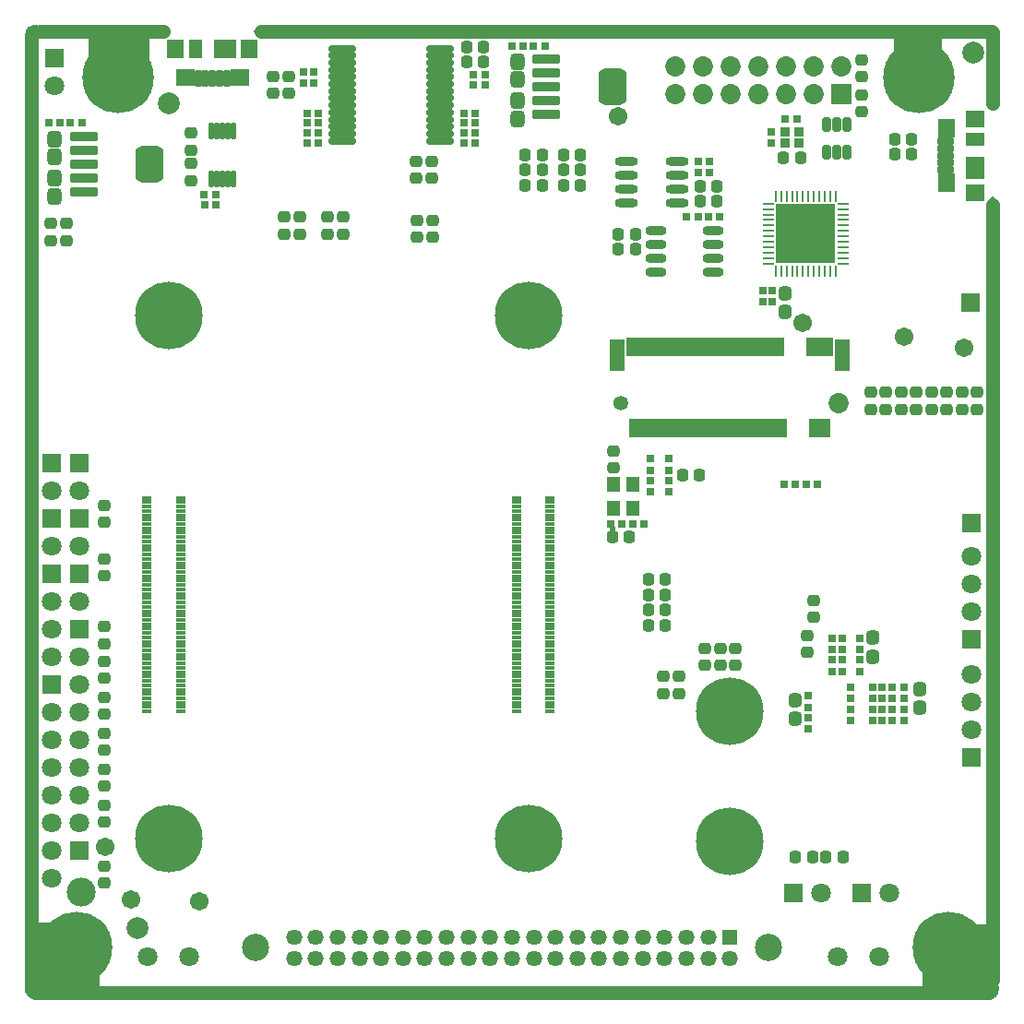
<source format=gbr>
G04*
G04 #@! TF.GenerationSoftware,Altium Limited,Altium Designer,24.9.1 (31)*
G04*
G04 Layer_Color=8388736*
%FSLAX44Y44*%
%MOMM*%
G71*
G04*
G04 #@! TF.SameCoordinates,53B56B76-3513-4A50-83E2-B057AF0B12CA*
G04*
G04*
G04 #@! TF.FilePolarity,Negative*
G04*
G01*
G75*
%ADD54C,1.3000*%
%ADD55R,5.5478X2.9001*%
%ADD56R,4.5138X2.6001*%
%ADD57R,6.8000X6.4000*%
%ADD58R,6.5000X6.7000*%
G04:AMPARAMS|DCode=59|XSize=1.1532mm|YSize=1.0532mm|CornerRadius=0.3141mm|HoleSize=0mm|Usage=FLASHONLY|Rotation=90.000|XOffset=0mm|YOffset=0mm|HoleType=Round|Shape=RoundedRectangle|*
%AMROUNDEDRECTD59*
21,1,1.1532,0.4250,0,0,90.0*
21,1,0.5250,1.0532,0,0,90.0*
1,1,0.6282,0.2125,0.2625*
1,1,0.6282,0.2125,-0.2625*
1,1,0.6282,-0.2125,-0.2625*
1,1,0.6282,-0.2125,0.2625*
%
%ADD59ROUNDEDRECTD59*%
G04:AMPARAMS|DCode=60|XSize=1.3032mm|YSize=1.2032mm|CornerRadius=0.3516mm|HoleSize=0mm|Usage=FLASHONLY|Rotation=270.000|XOffset=0mm|YOffset=0mm|HoleType=Round|Shape=RoundedRectangle|*
%AMROUNDEDRECTD60*
21,1,1.3032,0.5000,0,0,270.0*
21,1,0.6000,1.2032,0,0,270.0*
1,1,0.7032,-0.2500,-0.3000*
1,1,0.7032,-0.2500,0.3000*
1,1,0.7032,0.2500,0.3000*
1,1,0.7032,0.2500,-0.3000*
%
%ADD60ROUNDEDRECTD60*%
G04:AMPARAMS|DCode=61|XSize=0.75mm|YSize=0.7mm|CornerRadius=0.2mm|HoleSize=0mm|Usage=FLASHONLY|Rotation=180.000|XOffset=0mm|YOffset=0mm|HoleType=Round|Shape=RoundedRectangle|*
%AMROUNDEDRECTD61*
21,1,0.7500,0.3000,0,0,180.0*
21,1,0.3500,0.7000,0,0,180.0*
1,1,0.4000,-0.1750,0.1500*
1,1,0.4000,0.1750,0.1500*
1,1,0.4000,0.1750,-0.1500*
1,1,0.4000,-0.1750,-0.1500*
%
%ADD61ROUNDEDRECTD61*%
G04:AMPARAMS|DCode=62|XSize=0.75mm|YSize=0.7mm|CornerRadius=0.2mm|HoleSize=0mm|Usage=FLASHONLY|Rotation=270.000|XOffset=0mm|YOffset=0mm|HoleType=Round|Shape=RoundedRectangle|*
%AMROUNDEDRECTD62*
21,1,0.7500,0.3000,0,0,270.0*
21,1,0.3500,0.7000,0,0,270.0*
1,1,0.4000,-0.1500,-0.1750*
1,1,0.4000,-0.1500,0.1750*
1,1,0.4000,0.1500,0.1750*
1,1,0.4000,0.1500,-0.1750*
%
%ADD62ROUNDEDRECTD62*%
%ADD63R,1.1532X1.4032*%
G04:AMPARAMS|DCode=64|XSize=1.8432mm|YSize=0.7932mm|CornerRadius=0.2491mm|HoleSize=0mm|Usage=FLASHONLY|Rotation=0.000|XOffset=0mm|YOffset=0mm|HoleType=Round|Shape=RoundedRectangle|*
%AMROUNDEDRECTD64*
21,1,1.8432,0.2950,0,0,0.0*
21,1,1.3450,0.7932,0,0,0.0*
1,1,0.4982,0.6725,-0.1475*
1,1,0.4982,-0.6725,-0.1475*
1,1,0.4982,-0.6725,0.1475*
1,1,0.4982,0.6725,0.1475*
%
%ADD64ROUNDEDRECTD64*%
%ADD65C,1.7032*%
G04:AMPARAMS|DCode=66|XSize=0.9032mm|YSize=2.6032mm|CornerRadius=0.2766mm|HoleSize=0mm|Usage=FLASHONLY|Rotation=90.000|XOffset=0mm|YOffset=0mm|HoleType=Round|Shape=RoundedRectangle|*
%AMROUNDEDRECTD66*
21,1,0.9032,2.0500,0,0,90.0*
21,1,0.3500,2.6032,0,0,90.0*
1,1,0.5532,1.0250,0.1750*
1,1,0.5532,1.0250,-0.1750*
1,1,0.5532,-1.0250,-0.1750*
1,1,0.5532,-1.0250,0.1750*
%
%ADD66ROUNDEDRECTD66*%
G04:AMPARAMS|DCode=67|XSize=3.4032mm|YSize=2.6032mm|CornerRadius=0.7016mm|HoleSize=0mm|Usage=FLASHONLY|Rotation=90.000|XOffset=0mm|YOffset=0mm|HoleType=Round|Shape=RoundedRectangle|*
%AMROUNDEDRECTD67*
21,1,3.4032,1.2000,0,0,90.0*
21,1,2.0000,2.6032,0,0,90.0*
1,1,1.4032,0.6000,1.0000*
1,1,1.4032,0.6000,-1.0000*
1,1,1.4032,-0.6000,-1.0000*
1,1,1.4032,-0.6000,1.0000*
%
%ADD67ROUNDEDRECTD67*%
%ADD68R,5.4200X5.4200*%
%ADD69O,0.2393X1.0571*%
%ADD70O,1.0571X0.2393*%
G04:AMPARAMS|DCode=71|XSize=2.5228mm|YSize=0.6627mm|CornerRadius=0.2207mm|HoleSize=0mm|Usage=FLASHONLY|Rotation=180.000|XOffset=0mm|YOffset=0mm|HoleType=Round|Shape=RoundedRectangle|*
%AMROUNDEDRECTD71*
21,1,2.5228,0.2214,0,0,180.0*
21,1,2.0814,0.6627,0,0,180.0*
1,1,0.4414,-1.0407,0.1107*
1,1,0.4414,1.0407,0.1107*
1,1,0.4414,1.0407,-0.1107*
1,1,0.4414,-1.0407,-0.1107*
%
%ADD71ROUNDEDRECTD71*%
G04:AMPARAMS|DCode=72|XSize=1.6032mm|YSize=0.5032mm|CornerRadius=0.1766mm|HoleSize=0mm|Usage=FLASHONLY|Rotation=90.000|XOffset=0mm|YOffset=0mm|HoleType=Round|Shape=RoundedRectangle|*
%AMROUNDEDRECTD72*
21,1,1.6032,0.1500,0,0,90.0*
21,1,1.2500,0.5032,0,0,90.0*
1,1,0.3532,0.0750,0.6250*
1,1,0.3532,0.0750,-0.6250*
1,1,0.3532,-0.0750,-0.6250*
1,1,0.3532,-0.0750,0.6250*
%
%ADD72ROUNDEDRECTD72*%
%ADD73R,0.9500X0.8500*%
%ADD74O,2.1032X0.8032*%
G04:AMPARAMS|DCode=75|XSize=1.1532mm|YSize=1.0532mm|CornerRadius=0.3141mm|HoleSize=0mm|Usage=FLASHONLY|Rotation=180.000|XOffset=0mm|YOffset=0mm|HoleType=Round|Shape=RoundedRectangle|*
%AMROUNDEDRECTD75*
21,1,1.1532,0.4250,0,0,180.0*
21,1,0.5250,1.0532,0,0,180.0*
1,1,0.6282,-0.2625,0.2125*
1,1,0.6282,0.2625,0.2125*
1,1,0.6282,0.2625,-0.2125*
1,1,0.6282,-0.2625,-0.2125*
%
%ADD75ROUNDEDRECTD75*%
%ADD76R,0.9032X0.4032*%
G04:AMPARAMS|DCode=77|XSize=1.4132mm|YSize=0.7932mm|CornerRadius=0.1754mm|HoleSize=0mm|Usage=FLASHONLY|Rotation=270.000|XOffset=0mm|YOffset=0mm|HoleType=Round|Shape=RoundedRectangle|*
%AMROUNDEDRECTD77*
21,1,1.4132,0.4425,0,0,270.0*
21,1,1.0625,0.7932,0,0,270.0*
1,1,0.3507,-0.2213,-0.5313*
1,1,0.3507,-0.2213,0.5313*
1,1,0.3507,0.2213,0.5313*
1,1,0.3507,0.2213,-0.5313*
%
%ADD77ROUNDEDRECTD77*%
%ADD78R,0.5040X1.7540*%
%ADD79R,1.4040X2.9540*%
G04:AMPARAMS|DCode=80|XSize=0.6604mm|YSize=1.5748mm|CornerRadius=0.2159mm|HoleSize=0mm|Usage=FLASHONLY|Rotation=90.000|XOffset=0mm|YOffset=0mm|HoleType=Round|Shape=RoundedRectangle|*
%AMROUNDEDRECTD80*
21,1,0.6604,1.1430,0,0,90.0*
21,1,0.2286,1.5748,0,0,90.0*
1,1,0.4318,0.5715,0.1143*
1,1,0.4318,0.5715,-0.1143*
1,1,0.4318,-0.5715,-0.1143*
1,1,0.4318,-0.5715,0.1143*
%
%ADD80ROUNDEDRECTD80*%
%ADD81R,1.8032X1.5032*%
%ADD82R,1.6256X1.7526*%
%ADD83R,1.8032X2.0032*%
%ADD84R,1.8032X1.2032*%
%ADD85R,1.2032X1.8032*%
%ADD86R,2.0032X1.8032*%
%ADD87R,1.5032X1.8032*%
%ADD88R,1.7526X1.6256*%
G04:AMPARAMS|DCode=89|XSize=0.6604mm|YSize=1.5748mm|CornerRadius=0.2159mm|HoleSize=0mm|Usage=FLASHONLY|Rotation=180.000|XOffset=0mm|YOffset=0mm|HoleType=Round|Shape=RoundedRectangle|*
%AMROUNDEDRECTD89*
21,1,0.6604,1.1430,0,0,180.0*
21,1,0.2286,1.5748,0,0,180.0*
1,1,0.4318,-0.1143,0.5715*
1,1,0.4318,0.1143,0.5715*
1,1,0.4318,0.1143,-0.5715*
1,1,0.4318,-0.1143,-0.5715*
%
%ADD89ROUNDEDRECTD89*%
G04:AMPARAMS|DCode=90|XSize=1.3032mm|YSize=1.5032mm|CornerRadius=0.3516mm|HoleSize=0mm|Usage=FLASHONLY|Rotation=180.000|XOffset=0mm|YOffset=0mm|HoleType=Round|Shape=RoundedRectangle|*
%AMROUNDEDRECTD90*
21,1,1.3032,0.8000,0,0,180.0*
21,1,0.6000,1.5032,0,0,180.0*
1,1,0.7032,-0.3000,0.4000*
1,1,0.7032,0.3000,0.4000*
1,1,0.7032,0.3000,-0.4000*
1,1,0.7032,-0.3000,-0.4000*
%
%ADD90ROUNDEDRECTD90*%
%ADD91C,2.0000*%
%ADD92C,1.8034*%
%ADD93C,1.8032*%
%ADD94R,1.8032X1.8032*%
%ADD95C,2.6532*%
%ADD96R,1.8032X1.8032*%
%ADD97C,2.5032*%
%ADD98R,1.4612X1.4612*%
%ADD99C,1.4612*%
%ADD100C,1.3532*%
%ADD101C,1.8532*%
%ADD102C,6.2000*%
%ADD103C,6.2032*%
%ADD104R,1.8532X1.8532*%
%ADD105C,1.5240*%
%ADD106C,6.5532*%
%ADD107C,0.5000*%
%ADD108C,0.6032*%
D54*
X888000Y9000D02*
G03*
X891000Y12000I0J3000D01*
G01*
X12000Y891000D02*
G03*
X9000Y888000I0J-3000D01*
G01*
Y12000D02*
G03*
X12000Y9000I3000J0D01*
G01*
X891000Y888000D02*
G03*
X888000Y891000I-3000J0D01*
G01*
X891000Y890000D02*
X891001D01*
X889996Y891004D02*
X891000Y890000D01*
X891001Y824923D02*
Y890000D01*
X220000Y891004D02*
X889996D01*
X17442Y891001D02*
X130000D01*
X891001Y732000D02*
X891001Y20464D01*
X12000Y9000D02*
X888000D01*
X9000Y12000D02*
Y888000D01*
D55*
X89261Y876500D02*
D03*
D56*
X822431Y878000D02*
D03*
D57*
X860700Y39000D02*
D03*
D58*
X39500Y40500D02*
D03*
D59*
X462250Y778000D02*
D03*
X477750D02*
D03*
X462250Y764000D02*
D03*
X477750D02*
D03*
X513000Y778000D02*
D03*
X497500D02*
D03*
X513000Y764000D02*
D03*
X497500D02*
D03*
X462250Y750000D02*
D03*
X477750D02*
D03*
X497500D02*
D03*
X513000D02*
D03*
X575250Y360000D02*
D03*
X590750D02*
D03*
X575250Y346000D02*
D03*
X590750D02*
D03*
X606250Y484000D02*
D03*
X621750D02*
D03*
X710250Y133000D02*
D03*
X725750D02*
D03*
X575250Y388000D02*
D03*
X590750D02*
D03*
X638260Y749000D02*
D03*
X622760D02*
D03*
X638260Y735000D02*
D03*
X622760D02*
D03*
X547740Y705000D02*
D03*
X563240D02*
D03*
X547740Y691000D02*
D03*
X563240D02*
D03*
X816750Y778250D02*
D03*
X801250D02*
D03*
X408250Y863000D02*
D03*
X423750D02*
D03*
X753750Y133000D02*
D03*
X738250D02*
D03*
X801250Y792000D02*
D03*
X816750D02*
D03*
X408250Y877000D02*
D03*
X423750D02*
D03*
X699250Y775000D02*
D03*
X714750D02*
D03*
X557750Y427000D02*
D03*
X542250D02*
D03*
X575250Y374000D02*
D03*
X590750D02*
D03*
D60*
X701000Y633500D02*
D03*
Y650500D02*
D03*
X824000Y270500D02*
D03*
Y287500D02*
D03*
X781000Y334500D02*
D03*
Y317500D02*
D03*
X709796Y260500D02*
D03*
Y277500D02*
D03*
D61*
X640760Y721000D02*
D03*
X630260D02*
D03*
X610260D02*
D03*
X620760D02*
D03*
X620750Y772000D02*
D03*
X631250D02*
D03*
X620750Y762000D02*
D03*
X631250D02*
D03*
X710250Y475000D02*
D03*
X699750D02*
D03*
X719750D02*
D03*
X730250D02*
D03*
X178250Y732000D02*
D03*
X167750D02*
D03*
X178000Y741000D02*
D03*
X167500D02*
D03*
X425250Y851000D02*
D03*
X414750D02*
D03*
X272250Y816000D02*
D03*
X261750D02*
D03*
X414750Y842000D02*
D03*
X425250D02*
D03*
X261750Y807000D02*
D03*
X272250D02*
D03*
X261750Y798000D02*
D03*
X272250D02*
D03*
X405750Y798000D02*
D03*
X416250D02*
D03*
X416250Y816000D02*
D03*
X405750D02*
D03*
X272250Y789000D02*
D03*
X261750D02*
D03*
X416250Y789000D02*
D03*
X405750D02*
D03*
Y807000D02*
D03*
X416250D02*
D03*
X560750Y439000D02*
D03*
X571250D02*
D03*
X551000D02*
D03*
X540500D02*
D03*
X711250Y811000D02*
D03*
X700750D02*
D03*
X55250Y807000D02*
D03*
X44750D02*
D03*
X24750D02*
D03*
X35250D02*
D03*
X480250Y878000D02*
D03*
X469750D02*
D03*
X449750Y878000D02*
D03*
X460250D02*
D03*
D62*
X594000Y479000D02*
D03*
Y468500D02*
D03*
X577000D02*
D03*
Y479000D02*
D03*
X594000Y488500D02*
D03*
Y499000D02*
D03*
X577000D02*
D03*
Y488500D02*
D03*
X259000Y854250D02*
D03*
Y843750D02*
D03*
X268000D02*
D03*
Y854250D02*
D03*
X688000Y799250D02*
D03*
Y788750D02*
D03*
X680000Y642750D02*
D03*
Y653250D02*
D03*
X689000Y642750D02*
D03*
Y653250D02*
D03*
X809796Y258750D02*
D03*
Y269250D02*
D03*
X789796Y269250D02*
D03*
Y258750D02*
D03*
X780796D02*
D03*
Y269250D02*
D03*
X760796D02*
D03*
Y258750D02*
D03*
X768796Y303750D02*
D03*
Y314250D02*
D03*
X743796D02*
D03*
Y303750D02*
D03*
X752796D02*
D03*
Y314250D02*
D03*
X798796Y269250D02*
D03*
Y258750D02*
D03*
X809796Y278750D02*
D03*
Y289250D02*
D03*
X789796Y289250D02*
D03*
Y278750D02*
D03*
X780796D02*
D03*
Y289250D02*
D03*
X760796D02*
D03*
Y278750D02*
D03*
X768796Y323750D02*
D03*
Y334250D02*
D03*
X743796D02*
D03*
Y323750D02*
D03*
X752796D02*
D03*
Y334250D02*
D03*
X798796Y289250D02*
D03*
Y278750D02*
D03*
X721796Y250750D02*
D03*
Y261250D02*
D03*
Y281250D02*
D03*
Y270750D02*
D03*
D63*
X560750Y453000D02*
D03*
Y475000D02*
D03*
X543250D02*
D03*
Y453000D02*
D03*
D64*
X582160Y708050D02*
D03*
Y695350D02*
D03*
Y682650D02*
D03*
Y669950D02*
D03*
X634860D02*
D03*
Y682650D02*
D03*
Y695350D02*
D03*
Y708050D02*
D03*
D65*
X547000Y813000D02*
D03*
X163000Y93000D02*
D03*
X77000Y143000D02*
D03*
X100000Y94000D02*
D03*
X717000Y624000D02*
D03*
X865000Y601000D02*
D03*
X810000Y611000D02*
D03*
D66*
X481726Y865400D02*
D03*
Y852700D02*
D03*
Y840000D02*
D03*
Y827300D02*
D03*
Y814600D02*
D03*
X56750Y794400D02*
D03*
Y781700D02*
D03*
Y769000D02*
D03*
Y756300D02*
D03*
Y743600D02*
D03*
D67*
X542226Y840000D02*
D03*
X117250Y769000D02*
D03*
D68*
X719500Y705495D02*
D03*
D69*
X747000Y740000D02*
D03*
X742000D02*
D03*
X737000D02*
D03*
X732000D02*
D03*
X747000Y670989D02*
D03*
X742000D02*
D03*
X737000D02*
D03*
X732000D02*
D03*
X727000Y740000D02*
D03*
X722000D02*
D03*
X717000D02*
D03*
X712000D02*
D03*
X707000D02*
D03*
X702000D02*
D03*
X697000D02*
D03*
X692000D02*
D03*
X727000Y670989D02*
D03*
X722000D02*
D03*
X717000D02*
D03*
X712000D02*
D03*
X707000D02*
D03*
X692000D02*
D03*
X697000D02*
D03*
X702000D02*
D03*
D70*
X754006Y732995D02*
D03*
Y727995D02*
D03*
Y722995D02*
D03*
Y717995D02*
D03*
Y712995D02*
D03*
Y707995D02*
D03*
Y702995D02*
D03*
Y697995D02*
D03*
Y692995D02*
D03*
Y687995D02*
D03*
Y682995D02*
D03*
Y677995D02*
D03*
X684995Y732995D02*
D03*
Y727995D02*
D03*
Y722995D02*
D03*
Y717995D02*
D03*
Y712995D02*
D03*
Y707995D02*
D03*
Y702995D02*
D03*
Y697995D02*
D03*
Y692995D02*
D03*
Y687995D02*
D03*
Y682995D02*
D03*
Y677995D02*
D03*
D71*
X293845Y790750D02*
D03*
Y797250D02*
D03*
Y803750D02*
D03*
Y810250D02*
D03*
Y816750D02*
D03*
Y823250D02*
D03*
Y829750D02*
D03*
Y836250D02*
D03*
Y842750D02*
D03*
Y849250D02*
D03*
Y855750D02*
D03*
Y862250D02*
D03*
Y868750D02*
D03*
Y875250D02*
D03*
X384155D02*
D03*
Y868750D02*
D03*
Y862250D02*
D03*
Y855750D02*
D03*
Y849250D02*
D03*
Y842750D02*
D03*
Y836250D02*
D03*
Y829750D02*
D03*
Y823250D02*
D03*
Y816750D02*
D03*
Y810250D02*
D03*
Y803750D02*
D03*
Y797250D02*
D03*
Y790750D02*
D03*
D72*
X174000Y799784D02*
D03*
X179000D02*
D03*
X184000D02*
D03*
X189000D02*
D03*
X194000D02*
D03*
Y755784D02*
D03*
X189000D02*
D03*
X184000D02*
D03*
X179000D02*
D03*
X174000D02*
D03*
D73*
X713750Y788750D02*
D03*
X700250D02*
D03*
Y799250D02*
D03*
X713750D02*
D03*
D74*
X554784Y771400D02*
D03*
Y758700D02*
D03*
Y746000D02*
D03*
Y733300D02*
D03*
X601784Y771400D02*
D03*
Y758700D02*
D03*
Y746000D02*
D03*
Y733300D02*
D03*
D75*
X76000Y406750D02*
D03*
Y391250D02*
D03*
Y440500D02*
D03*
Y456000D02*
D03*
X727000Y353250D02*
D03*
Y368750D02*
D03*
X863000Y559750D02*
D03*
Y544250D02*
D03*
X835000Y559750D02*
D03*
Y544250D02*
D03*
X807000Y559750D02*
D03*
Y544250D02*
D03*
X27000Y714750D02*
D03*
Y699250D02*
D03*
X76000Y109250D02*
D03*
Y124750D02*
D03*
X76000Y165250D02*
D03*
Y180750D02*
D03*
Y198250D02*
D03*
Y213750D02*
D03*
Y297250D02*
D03*
Y312750D02*
D03*
Y329250D02*
D03*
Y344750D02*
D03*
X877000Y559750D02*
D03*
Y544250D02*
D03*
X849000Y559750D02*
D03*
Y544250D02*
D03*
X821000Y559750D02*
D03*
Y544250D02*
D03*
X76000Y231250D02*
D03*
Y246750D02*
D03*
X76000Y264250D02*
D03*
Y279750D02*
D03*
X41000Y714750D02*
D03*
Y699250D02*
D03*
X793000Y544250D02*
D03*
Y559750D02*
D03*
X245000Y849750D02*
D03*
Y834250D02*
D03*
X721000Y321250D02*
D03*
Y336750D02*
D03*
X771000Y817250D02*
D03*
Y832750D02*
D03*
Y849250D02*
D03*
Y864750D02*
D03*
X779000Y559750D02*
D03*
Y544250D02*
D03*
X543000Y490250D02*
D03*
Y505750D02*
D03*
X231000Y834250D02*
D03*
Y849750D02*
D03*
X155000Y782250D02*
D03*
Y797750D02*
D03*
Y754250D02*
D03*
Y769750D02*
D03*
X281000Y720750D02*
D03*
Y705250D02*
D03*
X377000Y717750D02*
D03*
Y702250D02*
D03*
X295000Y720750D02*
D03*
Y705250D02*
D03*
X363000Y717750D02*
D03*
Y702250D02*
D03*
X376000Y771750D02*
D03*
Y756250D02*
D03*
X362000Y771750D02*
D03*
Y756250D02*
D03*
X255000Y720750D02*
D03*
Y705250D02*
D03*
X241000Y720750D02*
D03*
Y705250D02*
D03*
X655000Y309250D02*
D03*
Y324750D02*
D03*
X589000Y283500D02*
D03*
Y299000D02*
D03*
X603000Y283500D02*
D03*
Y299000D02*
D03*
X627000Y309250D02*
D03*
Y324750D02*
D03*
X641000Y309250D02*
D03*
Y324750D02*
D03*
D76*
X485000Y267000D02*
D03*
X454200D02*
D03*
X485000Y271000D02*
D03*
X454200D02*
D03*
X485000Y275000D02*
D03*
X454200D02*
D03*
X485000Y279000D02*
D03*
X454200D02*
D03*
X485000Y283000D02*
D03*
X454200D02*
D03*
X485000Y287000D02*
D03*
X454200D02*
D03*
X485000Y291000D02*
D03*
X454200D02*
D03*
X485000Y295000D02*
D03*
X454200D02*
D03*
X485000Y299000D02*
D03*
X454200D02*
D03*
X485000Y303000D02*
D03*
X454200D02*
D03*
X485000Y307000D02*
D03*
X454200D02*
D03*
X485000Y311000D02*
D03*
X454200D02*
D03*
X485000Y315000D02*
D03*
X454200D02*
D03*
X485000Y319000D02*
D03*
X454200D02*
D03*
X485000Y323000D02*
D03*
X454200D02*
D03*
X485000Y327000D02*
D03*
X454200D02*
D03*
X485000Y331000D02*
D03*
X454200D02*
D03*
X485000Y335000D02*
D03*
X454200D02*
D03*
X485000Y339000D02*
D03*
X454200D02*
D03*
X485000Y343000D02*
D03*
X454200D02*
D03*
X485000Y347000D02*
D03*
X454200D02*
D03*
X485000Y351000D02*
D03*
X454200D02*
D03*
X485000Y355000D02*
D03*
X454200D02*
D03*
X485000Y359000D02*
D03*
X454200D02*
D03*
X485000Y363000D02*
D03*
X454200D02*
D03*
X485000Y367000D02*
D03*
X454200D02*
D03*
X485000Y371000D02*
D03*
X454200D02*
D03*
X485000Y375000D02*
D03*
X454200D02*
D03*
X485000Y379000D02*
D03*
X454200D02*
D03*
X485000Y383000D02*
D03*
X454200D02*
D03*
X485000Y387000D02*
D03*
X454200D02*
D03*
X485000Y391000D02*
D03*
X454200D02*
D03*
X485000Y395000D02*
D03*
X454200D02*
D03*
X485000Y399000D02*
D03*
X454200D02*
D03*
X485000Y403000D02*
D03*
X454200D02*
D03*
X485000Y407000D02*
D03*
X454200D02*
D03*
X485000Y411000D02*
D03*
X454200D02*
D03*
X485000Y415000D02*
D03*
X454200D02*
D03*
X485000Y419000D02*
D03*
X454200D02*
D03*
X485000Y423000D02*
D03*
X454200D02*
D03*
X485000Y427000D02*
D03*
X454200D02*
D03*
X485000Y431000D02*
D03*
X454200D02*
D03*
X485000Y435000D02*
D03*
X454200D02*
D03*
X485000Y439000D02*
D03*
X454200D02*
D03*
X485000Y443000D02*
D03*
X454200D02*
D03*
X485000Y447000D02*
D03*
X454200D02*
D03*
X485000Y451000D02*
D03*
X454200D02*
D03*
X485000Y455000D02*
D03*
X454200D02*
D03*
X485000Y459000D02*
D03*
X454200D02*
D03*
X485000Y463000D02*
D03*
X454200D02*
D03*
X145800Y267000D02*
D03*
X115000D02*
D03*
X145800Y271000D02*
D03*
X115000D02*
D03*
X145800Y275000D02*
D03*
X115000D02*
D03*
X145800Y279000D02*
D03*
X115000D02*
D03*
X145800Y283000D02*
D03*
X115000D02*
D03*
X145800Y287000D02*
D03*
X115000D02*
D03*
X145800Y291000D02*
D03*
X115000D02*
D03*
X145800Y295000D02*
D03*
X115000D02*
D03*
X145800Y299000D02*
D03*
X115000D02*
D03*
X145800Y303000D02*
D03*
X115000D02*
D03*
X145800Y307000D02*
D03*
X115000D02*
D03*
X145800Y311000D02*
D03*
X115000D02*
D03*
X145800Y315000D02*
D03*
X115000D02*
D03*
X145800Y319000D02*
D03*
X115000D02*
D03*
X145800Y323000D02*
D03*
X115000D02*
D03*
X145800Y327000D02*
D03*
X115000D02*
D03*
X145800Y331000D02*
D03*
X115000D02*
D03*
X145800Y335000D02*
D03*
X115000D02*
D03*
X145800Y339000D02*
D03*
X115000D02*
D03*
X145800Y343000D02*
D03*
X115000D02*
D03*
X145800Y347000D02*
D03*
X115000D02*
D03*
X145800Y351000D02*
D03*
X115000D02*
D03*
X145800Y355000D02*
D03*
X115000D02*
D03*
X145800Y359000D02*
D03*
X115000D02*
D03*
X145800Y363000D02*
D03*
X115000D02*
D03*
X145800Y367000D02*
D03*
X115000D02*
D03*
X145800Y371000D02*
D03*
X115000D02*
D03*
X145800Y375000D02*
D03*
X115000D02*
D03*
X145800Y379000D02*
D03*
X115000D02*
D03*
X145800Y383000D02*
D03*
X115000D02*
D03*
X145800Y387000D02*
D03*
X115000D02*
D03*
X145800Y391000D02*
D03*
X115000D02*
D03*
X145800Y395000D02*
D03*
X115000D02*
D03*
X145800Y399000D02*
D03*
X115000D02*
D03*
X145800Y403000D02*
D03*
X115000D02*
D03*
X145800Y407000D02*
D03*
X115000D02*
D03*
X145800Y411000D02*
D03*
X115000D02*
D03*
X145800Y415000D02*
D03*
X115000D02*
D03*
X145800Y419000D02*
D03*
X115000D02*
D03*
X145800Y423000D02*
D03*
X115000D02*
D03*
X145800Y427000D02*
D03*
X115000D02*
D03*
X145800Y431000D02*
D03*
X115000D02*
D03*
X145800Y435000D02*
D03*
X115000D02*
D03*
X145800Y439000D02*
D03*
X115000D02*
D03*
X145800Y443000D02*
D03*
X115000D02*
D03*
X145800Y447000D02*
D03*
X115000D02*
D03*
X145800Y451000D02*
D03*
X115000D02*
D03*
X145800Y455000D02*
D03*
X115000D02*
D03*
X145800Y459000D02*
D03*
X115000D02*
D03*
X145800Y463000D02*
D03*
X115000D02*
D03*
D77*
X757500Y805550D02*
D03*
X748000D02*
D03*
X738500D02*
D03*
Y780450D02*
D03*
X748000D02*
D03*
X757500D02*
D03*
D78*
X557500Y601750D02*
D03*
X562500D02*
D03*
X567500D02*
D03*
X572500D02*
D03*
X577500D02*
D03*
X582500D02*
D03*
X587500D02*
D03*
X592500D02*
D03*
X597500D02*
D03*
X602500D02*
D03*
X607500D02*
D03*
X612500D02*
D03*
X617500D02*
D03*
X622500D02*
D03*
X627500D02*
D03*
X632500D02*
D03*
X637500D02*
D03*
X642500D02*
D03*
X647500D02*
D03*
X652500D02*
D03*
X657500D02*
D03*
X662500D02*
D03*
X667500D02*
D03*
X672500D02*
D03*
X677500D02*
D03*
X682500D02*
D03*
X687500D02*
D03*
X692500D02*
D03*
X697500D02*
D03*
X722500D02*
D03*
X727500D02*
D03*
X732500D02*
D03*
X737500D02*
D03*
X742500D02*
D03*
X560000Y527250D02*
D03*
X565000D02*
D03*
X570000D02*
D03*
X575000D02*
D03*
X580000D02*
D03*
X585000D02*
D03*
X590000D02*
D03*
X595000D02*
D03*
X600000D02*
D03*
X605000D02*
D03*
X610000D02*
D03*
X615000D02*
D03*
X620000D02*
D03*
X625000D02*
D03*
X630000D02*
D03*
X635000D02*
D03*
X640000D02*
D03*
X645000D02*
D03*
X650000D02*
D03*
X655000D02*
D03*
X660000D02*
D03*
X665000D02*
D03*
X670000D02*
D03*
X675000D02*
D03*
X680000D02*
D03*
X685000D02*
D03*
X690000D02*
D03*
X695000D02*
D03*
X700000D02*
D03*
X725000D02*
D03*
X730000D02*
D03*
X735000D02*
D03*
X740000D02*
D03*
D79*
X546500Y594000D02*
D03*
X753500D02*
D03*
D80*
X848198Y790000D02*
D03*
Y783500D02*
D03*
Y777000D02*
D03*
Y770500D02*
D03*
Y764000D02*
D03*
D81*
X874798Y810750D02*
D03*
Y743250D02*
D03*
D82*
X849048Y752125D02*
D03*
Y801875D02*
D03*
D83*
X874798Y765500D02*
D03*
D84*
Y792494D02*
D03*
D85*
X159506Y874798D02*
D03*
D86*
X186500D02*
D03*
D87*
X208750D02*
D03*
X141250D02*
D03*
D88*
X150125Y849048D02*
D03*
X199875D02*
D03*
D89*
X188000Y848198D02*
D03*
X181500D02*
D03*
X175000D02*
D03*
X168500D02*
D03*
X162000D02*
D03*
D90*
X455000Y810750D02*
D03*
Y827250D02*
D03*
Y863250D02*
D03*
Y846750D02*
D03*
X30000Y792250D02*
D03*
Y775750D02*
D03*
Y739750D02*
D03*
Y756250D02*
D03*
D91*
X135000Y825000D02*
D03*
X106000Y68000D02*
D03*
X873000Y872000D02*
D03*
D92*
X748950Y42000D02*
D03*
X787050D02*
D03*
X115950D02*
D03*
X154050D02*
D03*
D93*
X733400Y100000D02*
D03*
X796000D02*
D03*
X27400Y469900D02*
D03*
Y419100D02*
D03*
X52800Y368300D02*
D03*
Y317500D02*
D03*
Y469900D02*
D03*
Y419100D02*
D03*
X30000Y841000D02*
D03*
X27400Y317500D02*
D03*
Y342900D02*
D03*
Y368300D02*
D03*
X872000Y300800D02*
D03*
Y275400D02*
D03*
Y250000D02*
D03*
Y409800D02*
D03*
Y384400D02*
D03*
Y359000D02*
D03*
X52800Y215900D02*
D03*
Y190500D02*
D03*
Y165100D02*
D03*
Y241300D02*
D03*
Y266700D02*
D03*
Y292100D02*
D03*
X27400Y139700D02*
D03*
Y165100D02*
D03*
Y190500D02*
D03*
Y266700D02*
D03*
Y241300D02*
D03*
Y215900D02*
D03*
Y114300D02*
D03*
D94*
X708000Y100000D02*
D03*
X770600D02*
D03*
X871000Y642000D02*
D03*
D95*
X55000Y101000D02*
D03*
D96*
X27400Y495300D02*
D03*
Y444500D02*
D03*
X52800Y393700D02*
D03*
Y342900D02*
D03*
Y495300D02*
D03*
Y444500D02*
D03*
X30000Y866400D02*
D03*
X27400Y393700D02*
D03*
X872000Y440000D02*
D03*
Y224600D02*
D03*
Y333600D02*
D03*
X52800Y139700D02*
D03*
X27400Y292100D02*
D03*
D97*
X685000Y50000D02*
D03*
X215000D02*
D03*
D98*
X650000Y60000D02*
D03*
D99*
Y40000D02*
D03*
X630000Y60000D02*
D03*
Y40000D02*
D03*
X610000Y60000D02*
D03*
Y40000D02*
D03*
X590000Y60000D02*
D03*
Y40000D02*
D03*
X570000Y60000D02*
D03*
Y40000D02*
D03*
X550000Y60000D02*
D03*
Y40000D02*
D03*
X530000Y60000D02*
D03*
Y40000D02*
D03*
X510000Y60000D02*
D03*
Y40000D02*
D03*
X490000Y60000D02*
D03*
Y40000D02*
D03*
X470000Y60000D02*
D03*
Y40000D02*
D03*
X450000Y60000D02*
D03*
Y40000D02*
D03*
X430000Y60000D02*
D03*
Y40000D02*
D03*
X410000Y60000D02*
D03*
Y40000D02*
D03*
X390000Y60000D02*
D03*
Y40000D02*
D03*
X370000Y60000D02*
D03*
Y40000D02*
D03*
X350000Y60000D02*
D03*
Y40000D02*
D03*
X330000Y60000D02*
D03*
Y40000D02*
D03*
X310000Y60000D02*
D03*
Y40000D02*
D03*
X290000Y60000D02*
D03*
Y40000D02*
D03*
X270000Y60000D02*
D03*
Y40000D02*
D03*
X250000Y60000D02*
D03*
Y40000D02*
D03*
D100*
X550000Y550000D02*
D03*
D101*
X750000D02*
D03*
X752200Y858700D02*
D03*
X726800Y833300D02*
D03*
Y858700D02*
D03*
X701400Y833300D02*
D03*
Y858700D02*
D03*
X676000Y833300D02*
D03*
Y858700D02*
D03*
X650600Y833300D02*
D03*
Y858700D02*
D03*
X625200Y833300D02*
D03*
Y858700D02*
D03*
X599800Y833300D02*
D03*
Y858700D02*
D03*
D102*
X650000Y267500D02*
D03*
Y147500D02*
D03*
D103*
X135000Y150000D02*
D03*
X465000Y630000D02*
D03*
X135000D02*
D03*
X465000Y150000D02*
D03*
D104*
X752200Y833300D02*
D03*
D105*
X839965Y833036D02*
D03*
X807635D02*
D03*
Y865365D02*
D03*
X839965D02*
D03*
X846660Y849200D02*
D03*
X823800Y826340D02*
D03*
X800940Y849200D02*
D03*
X823800Y872060D02*
D03*
X105064Y833036D02*
D03*
X72736D02*
D03*
Y865365D02*
D03*
X105064D02*
D03*
X111760Y849200D02*
D03*
X88900Y826340D02*
D03*
X66040Y849200D02*
D03*
X88900Y872060D02*
D03*
X867065Y34636D02*
D03*
X834735D02*
D03*
Y66965D02*
D03*
X867065D02*
D03*
X873760Y50800D02*
D03*
X850900Y27940D02*
D03*
X828040Y50800D02*
D03*
X850900Y73660D02*
D03*
X66965Y34636D02*
D03*
X34636D02*
D03*
Y66965D02*
D03*
X66965D02*
D03*
X73660Y50800D02*
D03*
X50800Y27940D02*
D03*
X27940Y50800D02*
D03*
X50800Y73660D02*
D03*
D106*
X823800Y849200D02*
D03*
X88900D02*
D03*
X850900Y50800D02*
D03*
X50800D02*
D03*
D107*
X888022Y891004D02*
D03*
X877002Y891001D02*
D03*
X865982D02*
D03*
X854962D02*
D03*
X843942D02*
D03*
X832922D02*
D03*
X821902D02*
D03*
X810882D02*
D03*
X799862D02*
D03*
X788842D02*
D03*
X777822D02*
D03*
X766802D02*
D03*
X755782D02*
D03*
X744762D02*
D03*
X733742D02*
D03*
X722722D02*
D03*
X711702D02*
D03*
X700682D02*
D03*
X689662D02*
D03*
X678642D02*
D03*
X667622D02*
D03*
X656602D02*
D03*
X645582D02*
D03*
X634562D02*
D03*
X623542D02*
D03*
X612522D02*
D03*
X601502D02*
D03*
X590482D02*
D03*
X579462D02*
D03*
X568442D02*
D03*
X557422D02*
D03*
X546402D02*
D03*
X535382D02*
D03*
X524362D02*
D03*
X513342D02*
D03*
X502322D02*
D03*
X491302D02*
D03*
X480282D02*
D03*
X469262D02*
D03*
X458242D02*
D03*
X447222D02*
D03*
X436202D02*
D03*
X425182D02*
D03*
X414162D02*
D03*
X403142D02*
D03*
X392122D02*
D03*
X381102D02*
D03*
X370082D02*
D03*
X359062D02*
D03*
X348042D02*
D03*
X337022D02*
D03*
X326002D02*
D03*
X314982D02*
D03*
X303962D02*
D03*
X292942D02*
D03*
X281922D02*
D03*
X270902D02*
D03*
X259882D02*
D03*
X248862D02*
D03*
X237842D02*
D03*
X226822D02*
D03*
X215802D02*
D03*
X127642D02*
D03*
X116622D02*
D03*
X105602D02*
D03*
X94582D02*
D03*
X83562D02*
D03*
X72542D02*
D03*
X61522D02*
D03*
X50502D02*
D03*
X39482D02*
D03*
X28462D02*
D03*
X17442D02*
D03*
X8999Y883919D02*
D03*
Y872899D02*
D03*
Y861879D02*
D03*
Y850859D02*
D03*
Y839839D02*
D03*
Y828819D02*
D03*
Y817799D02*
D03*
Y806779D02*
D03*
Y795759D02*
D03*
Y784739D02*
D03*
Y773719D02*
D03*
Y762699D02*
D03*
Y751679D02*
D03*
Y740659D02*
D03*
Y729639D02*
D03*
Y718619D02*
D03*
Y707599D02*
D03*
Y696579D02*
D03*
Y685559D02*
D03*
Y674539D02*
D03*
Y663519D02*
D03*
Y652499D02*
D03*
Y641479D02*
D03*
Y630459D02*
D03*
Y619439D02*
D03*
Y608419D02*
D03*
Y597399D02*
D03*
Y586379D02*
D03*
Y575359D02*
D03*
Y564339D02*
D03*
Y553319D02*
D03*
Y542299D02*
D03*
Y531279D02*
D03*
Y520259D02*
D03*
Y509239D02*
D03*
Y498219D02*
D03*
Y487199D02*
D03*
Y476179D02*
D03*
Y465159D02*
D03*
Y454139D02*
D03*
Y443119D02*
D03*
Y432099D02*
D03*
Y421079D02*
D03*
Y410059D02*
D03*
Y399039D02*
D03*
Y388019D02*
D03*
Y376999D02*
D03*
Y365979D02*
D03*
Y354959D02*
D03*
Y343939D02*
D03*
Y332919D02*
D03*
Y321899D02*
D03*
Y310879D02*
D03*
Y299859D02*
D03*
Y288839D02*
D03*
Y277819D02*
D03*
Y266800D02*
D03*
Y255779D02*
D03*
Y244760D02*
D03*
Y233739D02*
D03*
Y222719D02*
D03*
Y211700D02*
D03*
Y200679D02*
D03*
Y189660D02*
D03*
Y178640D02*
D03*
Y167619D02*
D03*
Y156600D02*
D03*
Y145580D02*
D03*
Y134559D02*
D03*
Y123540D02*
D03*
Y112520D02*
D03*
Y101500D02*
D03*
Y90480D02*
D03*
Y79460D02*
D03*
Y68440D02*
D03*
Y57420D02*
D03*
Y46400D02*
D03*
Y35380D02*
D03*
Y24360D02*
D03*
Y13340D02*
D03*
X19128Y8999D02*
D03*
X30148D02*
D03*
X41168D02*
D03*
X52188D02*
D03*
X63208D02*
D03*
X74228D02*
D03*
X85248D02*
D03*
X96268D02*
D03*
X107288D02*
D03*
X118308D02*
D03*
X129328D02*
D03*
X140348D02*
D03*
X151368D02*
D03*
X162388D02*
D03*
X173408D02*
D03*
X184428D02*
D03*
X195448D02*
D03*
X206468D02*
D03*
X217488D02*
D03*
X228508D02*
D03*
X239528D02*
D03*
X250548D02*
D03*
X261568D02*
D03*
X272588D02*
D03*
X283608D02*
D03*
X294628D02*
D03*
X305648D02*
D03*
X316668D02*
D03*
X327688D02*
D03*
X338708D02*
D03*
X349728D02*
D03*
X360748D02*
D03*
X371768D02*
D03*
X382788D02*
D03*
X393808D02*
D03*
X404828D02*
D03*
X415848D02*
D03*
X426868D02*
D03*
X437888D02*
D03*
X448908D02*
D03*
X459928D02*
D03*
X470948D02*
D03*
X481968D02*
D03*
X492988D02*
D03*
X504008D02*
D03*
X515028D02*
D03*
X526048D02*
D03*
X537068D02*
D03*
X548088D02*
D03*
X559108D02*
D03*
X570128D02*
D03*
X581148D02*
D03*
X592168D02*
D03*
X603188D02*
D03*
X614208D02*
D03*
X625228D02*
D03*
X636248D02*
D03*
X647268D02*
D03*
X658288D02*
D03*
X669308D02*
D03*
X680328D02*
D03*
X691348D02*
D03*
X702368D02*
D03*
X713388D02*
D03*
X724408D02*
D03*
X735428D02*
D03*
X746448D02*
D03*
X757468D02*
D03*
X768488D02*
D03*
X779508D02*
D03*
X790528D02*
D03*
X801548D02*
D03*
X812568D02*
D03*
X823588D02*
D03*
X834608D02*
D03*
X845628D02*
D03*
X856648D02*
D03*
X867668D02*
D03*
X878688D02*
D03*
X889695Y9522D02*
D03*
X891001Y20464D02*
D03*
Y31484D02*
D03*
Y42504D02*
D03*
Y53524D02*
D03*
Y64544D02*
D03*
Y75564D02*
D03*
Y86584D02*
D03*
Y97604D02*
D03*
Y108624D02*
D03*
Y119644D02*
D03*
Y130664D02*
D03*
Y141684D02*
D03*
Y152704D02*
D03*
Y163724D02*
D03*
Y174744D02*
D03*
Y185764D02*
D03*
Y196784D02*
D03*
Y207804D02*
D03*
Y218824D02*
D03*
Y229844D02*
D03*
Y240864D02*
D03*
Y251884D02*
D03*
Y262904D02*
D03*
Y273924D02*
D03*
Y284944D02*
D03*
Y295964D02*
D03*
Y306984D02*
D03*
Y318004D02*
D03*
Y329024D02*
D03*
Y340044D02*
D03*
Y351064D02*
D03*
Y362084D02*
D03*
Y373104D02*
D03*
Y384124D02*
D03*
Y395144D02*
D03*
Y406164D02*
D03*
Y417184D02*
D03*
Y428204D02*
D03*
Y439224D02*
D03*
Y450244D02*
D03*
Y461264D02*
D03*
Y472284D02*
D03*
Y483304D02*
D03*
Y494324D02*
D03*
Y505344D02*
D03*
Y516364D02*
D03*
Y527384D02*
D03*
Y538404D02*
D03*
Y549424D02*
D03*
Y560444D02*
D03*
Y571464D02*
D03*
Y582484D02*
D03*
Y593504D02*
D03*
Y604524D02*
D03*
Y615544D02*
D03*
Y626564D02*
D03*
Y637584D02*
D03*
Y648604D02*
D03*
Y659624D02*
D03*
Y670644D02*
D03*
Y681664D02*
D03*
Y692684D02*
D03*
Y703704D02*
D03*
Y714724D02*
D03*
Y725743D02*
D03*
Y736764D02*
D03*
Y824923D02*
D03*
Y835944D02*
D03*
Y846964D02*
D03*
Y857983D02*
D03*
Y869003D02*
D03*
Y880023D02*
D03*
D108*
X542250Y434000D02*
D03*
M02*

</source>
